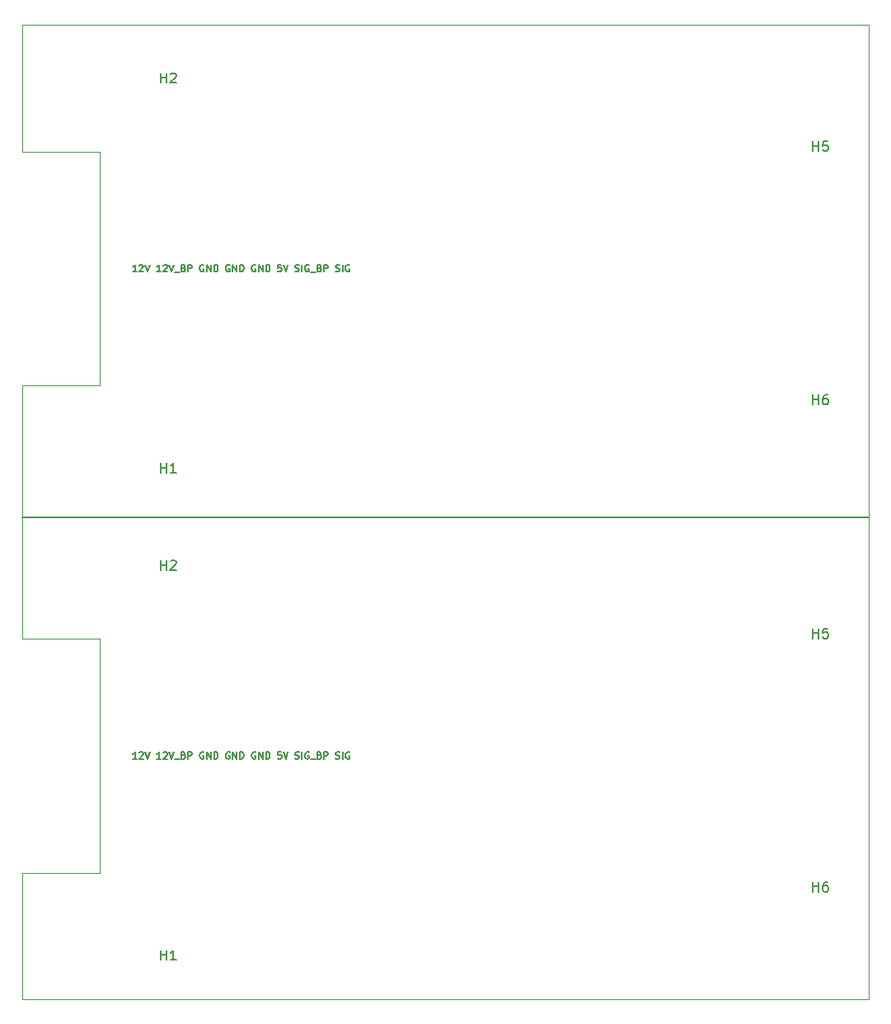
<source format=gbr>
G04 #@! TF.GenerationSoftware,KiCad,Pcbnew,(5.0.0-rc2-60-gbfa89039c)*
G04 #@! TF.CreationDate,2019-08-02T13:48:58+03:00*
G04 #@! TF.ProjectId,ModelPCB,4D6F64656C5043422E6B696361645F70,rev?*
G04 #@! TF.SameCoordinates,Original*
G04 #@! TF.FileFunction,Legend,Top*
G04 #@! TF.FilePolarity,Positive*
%FSLAX46Y46*%
G04 Gerber Fmt 4.6, Leading zero omitted, Abs format (unit mm)*
G04 Created by KiCad (PCBNEW (5.0.0-rc2-60-gbfa89039c)) date 08/02/19 13:48:58*
%MOMM*%
%LPD*%
G01*
G04 APERTURE LIST*
%ADD10C,0.200000*%
%ADD11C,0.150000*%
%ADD12C,0.050000*%
G04 APERTURE END LIST*
D10*
X154300000Y-114400000D02*
X241300000Y-114400000D01*
D11*
X166066666Y-139216666D02*
X165666666Y-139216666D01*
X165866666Y-139216666D02*
X165866666Y-138516666D01*
X165800000Y-138616666D01*
X165733333Y-138683333D01*
X165666666Y-138716666D01*
X166333333Y-138583333D02*
X166366666Y-138550000D01*
X166433333Y-138516666D01*
X166600000Y-138516666D01*
X166666666Y-138550000D01*
X166700000Y-138583333D01*
X166733333Y-138650000D01*
X166733333Y-138716666D01*
X166700000Y-138816666D01*
X166300000Y-139216666D01*
X166733333Y-139216666D01*
X166933333Y-138516666D02*
X167166666Y-139216666D01*
X167400000Y-138516666D01*
X168533333Y-139216666D02*
X168133333Y-139216666D01*
X168333333Y-139216666D02*
X168333333Y-138516666D01*
X168266666Y-138616666D01*
X168200000Y-138683333D01*
X168133333Y-138716666D01*
X168800000Y-138583333D02*
X168833333Y-138550000D01*
X168900000Y-138516666D01*
X169066666Y-138516666D01*
X169133333Y-138550000D01*
X169166666Y-138583333D01*
X169200000Y-138650000D01*
X169200000Y-138716666D01*
X169166666Y-138816666D01*
X168766666Y-139216666D01*
X169200000Y-139216666D01*
X169400000Y-138516666D02*
X169633333Y-139216666D01*
X169866666Y-138516666D01*
X169933333Y-139283333D02*
X170466666Y-139283333D01*
X170866666Y-138850000D02*
X170966666Y-138883333D01*
X171000000Y-138916666D01*
X171033333Y-138983333D01*
X171033333Y-139083333D01*
X171000000Y-139150000D01*
X170966666Y-139183333D01*
X170900000Y-139216666D01*
X170633333Y-139216666D01*
X170633333Y-138516666D01*
X170866666Y-138516666D01*
X170933333Y-138550000D01*
X170966666Y-138583333D01*
X171000000Y-138650000D01*
X171000000Y-138716666D01*
X170966666Y-138783333D01*
X170933333Y-138816666D01*
X170866666Y-138850000D01*
X170633333Y-138850000D01*
X171333333Y-139216666D02*
X171333333Y-138516666D01*
X171600000Y-138516666D01*
X171666666Y-138550000D01*
X171700000Y-138583333D01*
X171733333Y-138650000D01*
X171733333Y-138750000D01*
X171700000Y-138816666D01*
X171666666Y-138850000D01*
X171600000Y-138883333D01*
X171333333Y-138883333D01*
X172933333Y-138550000D02*
X172866666Y-138516666D01*
X172766666Y-138516666D01*
X172666666Y-138550000D01*
X172600000Y-138616666D01*
X172566666Y-138683333D01*
X172533333Y-138816666D01*
X172533333Y-138916666D01*
X172566666Y-139050000D01*
X172600000Y-139116666D01*
X172666666Y-139183333D01*
X172766666Y-139216666D01*
X172833333Y-139216666D01*
X172933333Y-139183333D01*
X172966666Y-139150000D01*
X172966666Y-138916666D01*
X172833333Y-138916666D01*
X173266666Y-139216666D02*
X173266666Y-138516666D01*
X173666666Y-139216666D01*
X173666666Y-138516666D01*
X174000000Y-139216666D02*
X174000000Y-138516666D01*
X174166666Y-138516666D01*
X174266666Y-138550000D01*
X174333333Y-138616666D01*
X174366666Y-138683333D01*
X174400000Y-138816666D01*
X174400000Y-138916666D01*
X174366666Y-139050000D01*
X174333333Y-139116666D01*
X174266666Y-139183333D01*
X174166666Y-139216666D01*
X174000000Y-139216666D01*
X175600000Y-138550000D02*
X175533333Y-138516666D01*
X175433333Y-138516666D01*
X175333333Y-138550000D01*
X175266666Y-138616666D01*
X175233333Y-138683333D01*
X175200000Y-138816666D01*
X175200000Y-138916666D01*
X175233333Y-139050000D01*
X175266666Y-139116666D01*
X175333333Y-139183333D01*
X175433333Y-139216666D01*
X175500000Y-139216666D01*
X175600000Y-139183333D01*
X175633333Y-139150000D01*
X175633333Y-138916666D01*
X175500000Y-138916666D01*
X175933333Y-139216666D02*
X175933333Y-138516666D01*
X176333333Y-139216666D01*
X176333333Y-138516666D01*
X176666666Y-139216666D02*
X176666666Y-138516666D01*
X176833333Y-138516666D01*
X176933333Y-138550000D01*
X177000000Y-138616666D01*
X177033333Y-138683333D01*
X177066666Y-138816666D01*
X177066666Y-138916666D01*
X177033333Y-139050000D01*
X177000000Y-139116666D01*
X176933333Y-139183333D01*
X176833333Y-139216666D01*
X176666666Y-139216666D01*
X178266666Y-138550000D02*
X178200000Y-138516666D01*
X178100000Y-138516666D01*
X178000000Y-138550000D01*
X177933333Y-138616666D01*
X177900000Y-138683333D01*
X177866666Y-138816666D01*
X177866666Y-138916666D01*
X177900000Y-139050000D01*
X177933333Y-139116666D01*
X178000000Y-139183333D01*
X178100000Y-139216666D01*
X178166666Y-139216666D01*
X178266666Y-139183333D01*
X178300000Y-139150000D01*
X178300000Y-138916666D01*
X178166666Y-138916666D01*
X178600000Y-139216666D02*
X178600000Y-138516666D01*
X179000000Y-139216666D01*
X179000000Y-138516666D01*
X179333333Y-139216666D02*
X179333333Y-138516666D01*
X179500000Y-138516666D01*
X179600000Y-138550000D01*
X179666666Y-138616666D01*
X179700000Y-138683333D01*
X179733333Y-138816666D01*
X179733333Y-138916666D01*
X179700000Y-139050000D01*
X179666666Y-139116666D01*
X179600000Y-139183333D01*
X179500000Y-139216666D01*
X179333333Y-139216666D01*
X180900000Y-138516666D02*
X180566666Y-138516666D01*
X180533333Y-138850000D01*
X180566666Y-138816666D01*
X180633333Y-138783333D01*
X180800000Y-138783333D01*
X180866666Y-138816666D01*
X180900000Y-138850000D01*
X180933333Y-138916666D01*
X180933333Y-139083333D01*
X180900000Y-139150000D01*
X180866666Y-139183333D01*
X180800000Y-139216666D01*
X180633333Y-139216666D01*
X180566666Y-139183333D01*
X180533333Y-139150000D01*
X181133333Y-138516666D02*
X181366666Y-139216666D01*
X181600000Y-138516666D01*
X182333333Y-139183333D02*
X182433333Y-139216666D01*
X182600000Y-139216666D01*
X182666666Y-139183333D01*
X182700000Y-139150000D01*
X182733333Y-139083333D01*
X182733333Y-139016666D01*
X182700000Y-138950000D01*
X182666666Y-138916666D01*
X182600000Y-138883333D01*
X182466666Y-138850000D01*
X182400000Y-138816666D01*
X182366666Y-138783333D01*
X182333333Y-138716666D01*
X182333333Y-138650000D01*
X182366666Y-138583333D01*
X182400000Y-138550000D01*
X182466666Y-138516666D01*
X182633333Y-138516666D01*
X182733333Y-138550000D01*
X183033333Y-139216666D02*
X183033333Y-138516666D01*
X183733333Y-138550000D02*
X183666666Y-138516666D01*
X183566666Y-138516666D01*
X183466666Y-138550000D01*
X183400000Y-138616666D01*
X183366666Y-138683333D01*
X183333333Y-138816666D01*
X183333333Y-138916666D01*
X183366666Y-139050000D01*
X183400000Y-139116666D01*
X183466666Y-139183333D01*
X183566666Y-139216666D01*
X183633333Y-139216666D01*
X183733333Y-139183333D01*
X183766666Y-139150000D01*
X183766666Y-138916666D01*
X183633333Y-138916666D01*
X183900000Y-139283333D02*
X184433333Y-139283333D01*
X184833333Y-138850000D02*
X184933333Y-138883333D01*
X184966666Y-138916666D01*
X185000000Y-138983333D01*
X185000000Y-139083333D01*
X184966666Y-139150000D01*
X184933333Y-139183333D01*
X184866666Y-139216666D01*
X184600000Y-139216666D01*
X184600000Y-138516666D01*
X184833333Y-138516666D01*
X184900000Y-138550000D01*
X184933333Y-138583333D01*
X184966666Y-138650000D01*
X184966666Y-138716666D01*
X184933333Y-138783333D01*
X184900000Y-138816666D01*
X184833333Y-138850000D01*
X184600000Y-138850000D01*
X185300000Y-139216666D02*
X185300000Y-138516666D01*
X185566666Y-138516666D01*
X185633333Y-138550000D01*
X185666666Y-138583333D01*
X185700000Y-138650000D01*
X185700000Y-138750000D01*
X185666666Y-138816666D01*
X185633333Y-138850000D01*
X185566666Y-138883333D01*
X185300000Y-138883333D01*
X186500000Y-139183333D02*
X186600000Y-139216666D01*
X186766666Y-139216666D01*
X186833333Y-139183333D01*
X186866666Y-139150000D01*
X186900000Y-139083333D01*
X186900000Y-139016666D01*
X186866666Y-138950000D01*
X186833333Y-138916666D01*
X186766666Y-138883333D01*
X186633333Y-138850000D01*
X186566666Y-138816666D01*
X186533333Y-138783333D01*
X186500000Y-138716666D01*
X186500000Y-138650000D01*
X186533333Y-138583333D01*
X186566666Y-138550000D01*
X186633333Y-138516666D01*
X186800000Y-138516666D01*
X186900000Y-138550000D01*
X187200000Y-139216666D02*
X187200000Y-138516666D01*
X187900000Y-138550000D02*
X187833333Y-138516666D01*
X187733333Y-138516666D01*
X187633333Y-138550000D01*
X187566666Y-138616666D01*
X187533333Y-138683333D01*
X187500000Y-138816666D01*
X187500000Y-138916666D01*
X187533333Y-139050000D01*
X187566666Y-139116666D01*
X187633333Y-139183333D01*
X187733333Y-139216666D01*
X187800000Y-139216666D01*
X187900000Y-139183333D01*
X187933333Y-139150000D01*
X187933333Y-138916666D01*
X187800000Y-138916666D01*
D12*
X162300000Y-150900000D02*
X162300000Y-126900000D01*
X154300000Y-126900000D02*
X154300000Y-113900000D01*
X162300000Y-126900000D02*
X154300000Y-126900000D01*
X154300000Y-150900000D02*
X162300000Y-150900000D01*
X154300000Y-163900000D02*
X154300000Y-150900000D01*
X241300000Y-163900000D02*
X241300000Y-113900000D01*
X241300000Y-163900000D02*
X154300000Y-163900000D01*
D11*
X166066666Y-89216666D02*
X165666666Y-89216666D01*
X165866666Y-89216666D02*
X165866666Y-88516666D01*
X165800000Y-88616666D01*
X165733333Y-88683333D01*
X165666666Y-88716666D01*
X166333333Y-88583333D02*
X166366666Y-88550000D01*
X166433333Y-88516666D01*
X166600000Y-88516666D01*
X166666666Y-88550000D01*
X166700000Y-88583333D01*
X166733333Y-88650000D01*
X166733333Y-88716666D01*
X166700000Y-88816666D01*
X166300000Y-89216666D01*
X166733333Y-89216666D01*
X166933333Y-88516666D02*
X167166666Y-89216666D01*
X167400000Y-88516666D01*
X168533333Y-89216666D02*
X168133333Y-89216666D01*
X168333333Y-89216666D02*
X168333333Y-88516666D01*
X168266666Y-88616666D01*
X168200000Y-88683333D01*
X168133333Y-88716666D01*
X168800000Y-88583333D02*
X168833333Y-88550000D01*
X168900000Y-88516666D01*
X169066666Y-88516666D01*
X169133333Y-88550000D01*
X169166666Y-88583333D01*
X169200000Y-88650000D01*
X169200000Y-88716666D01*
X169166666Y-88816666D01*
X168766666Y-89216666D01*
X169200000Y-89216666D01*
X169400000Y-88516666D02*
X169633333Y-89216666D01*
X169866666Y-88516666D01*
X169933333Y-89283333D02*
X170466666Y-89283333D01*
X170866666Y-88850000D02*
X170966666Y-88883333D01*
X171000000Y-88916666D01*
X171033333Y-88983333D01*
X171033333Y-89083333D01*
X171000000Y-89150000D01*
X170966666Y-89183333D01*
X170900000Y-89216666D01*
X170633333Y-89216666D01*
X170633333Y-88516666D01*
X170866666Y-88516666D01*
X170933333Y-88550000D01*
X170966666Y-88583333D01*
X171000000Y-88650000D01*
X171000000Y-88716666D01*
X170966666Y-88783333D01*
X170933333Y-88816666D01*
X170866666Y-88850000D01*
X170633333Y-88850000D01*
X171333333Y-89216666D02*
X171333333Y-88516666D01*
X171600000Y-88516666D01*
X171666666Y-88550000D01*
X171700000Y-88583333D01*
X171733333Y-88650000D01*
X171733333Y-88750000D01*
X171700000Y-88816666D01*
X171666666Y-88850000D01*
X171600000Y-88883333D01*
X171333333Y-88883333D01*
X172933333Y-88550000D02*
X172866666Y-88516666D01*
X172766666Y-88516666D01*
X172666666Y-88550000D01*
X172600000Y-88616666D01*
X172566666Y-88683333D01*
X172533333Y-88816666D01*
X172533333Y-88916666D01*
X172566666Y-89050000D01*
X172600000Y-89116666D01*
X172666666Y-89183333D01*
X172766666Y-89216666D01*
X172833333Y-89216666D01*
X172933333Y-89183333D01*
X172966666Y-89150000D01*
X172966666Y-88916666D01*
X172833333Y-88916666D01*
X173266666Y-89216666D02*
X173266666Y-88516666D01*
X173666666Y-89216666D01*
X173666666Y-88516666D01*
X174000000Y-89216666D02*
X174000000Y-88516666D01*
X174166666Y-88516666D01*
X174266666Y-88550000D01*
X174333333Y-88616666D01*
X174366666Y-88683333D01*
X174400000Y-88816666D01*
X174400000Y-88916666D01*
X174366666Y-89050000D01*
X174333333Y-89116666D01*
X174266666Y-89183333D01*
X174166666Y-89216666D01*
X174000000Y-89216666D01*
X175600000Y-88550000D02*
X175533333Y-88516666D01*
X175433333Y-88516666D01*
X175333333Y-88550000D01*
X175266666Y-88616666D01*
X175233333Y-88683333D01*
X175200000Y-88816666D01*
X175200000Y-88916666D01*
X175233333Y-89050000D01*
X175266666Y-89116666D01*
X175333333Y-89183333D01*
X175433333Y-89216666D01*
X175500000Y-89216666D01*
X175600000Y-89183333D01*
X175633333Y-89150000D01*
X175633333Y-88916666D01*
X175500000Y-88916666D01*
X175933333Y-89216666D02*
X175933333Y-88516666D01*
X176333333Y-89216666D01*
X176333333Y-88516666D01*
X176666666Y-89216666D02*
X176666666Y-88516666D01*
X176833333Y-88516666D01*
X176933333Y-88550000D01*
X177000000Y-88616666D01*
X177033333Y-88683333D01*
X177066666Y-88816666D01*
X177066666Y-88916666D01*
X177033333Y-89050000D01*
X177000000Y-89116666D01*
X176933333Y-89183333D01*
X176833333Y-89216666D01*
X176666666Y-89216666D01*
X178266666Y-88550000D02*
X178200000Y-88516666D01*
X178100000Y-88516666D01*
X178000000Y-88550000D01*
X177933333Y-88616666D01*
X177900000Y-88683333D01*
X177866666Y-88816666D01*
X177866666Y-88916666D01*
X177900000Y-89050000D01*
X177933333Y-89116666D01*
X178000000Y-89183333D01*
X178100000Y-89216666D01*
X178166666Y-89216666D01*
X178266666Y-89183333D01*
X178300000Y-89150000D01*
X178300000Y-88916666D01*
X178166666Y-88916666D01*
X178600000Y-89216666D02*
X178600000Y-88516666D01*
X179000000Y-89216666D01*
X179000000Y-88516666D01*
X179333333Y-89216666D02*
X179333333Y-88516666D01*
X179500000Y-88516666D01*
X179600000Y-88550000D01*
X179666666Y-88616666D01*
X179700000Y-88683333D01*
X179733333Y-88816666D01*
X179733333Y-88916666D01*
X179700000Y-89050000D01*
X179666666Y-89116666D01*
X179600000Y-89183333D01*
X179500000Y-89216666D01*
X179333333Y-89216666D01*
X180900000Y-88516666D02*
X180566666Y-88516666D01*
X180533333Y-88850000D01*
X180566666Y-88816666D01*
X180633333Y-88783333D01*
X180800000Y-88783333D01*
X180866666Y-88816666D01*
X180900000Y-88850000D01*
X180933333Y-88916666D01*
X180933333Y-89083333D01*
X180900000Y-89150000D01*
X180866666Y-89183333D01*
X180800000Y-89216666D01*
X180633333Y-89216666D01*
X180566666Y-89183333D01*
X180533333Y-89150000D01*
X181133333Y-88516666D02*
X181366666Y-89216666D01*
X181600000Y-88516666D01*
X182333333Y-89183333D02*
X182433333Y-89216666D01*
X182600000Y-89216666D01*
X182666666Y-89183333D01*
X182700000Y-89150000D01*
X182733333Y-89083333D01*
X182733333Y-89016666D01*
X182700000Y-88950000D01*
X182666666Y-88916666D01*
X182600000Y-88883333D01*
X182466666Y-88850000D01*
X182400000Y-88816666D01*
X182366666Y-88783333D01*
X182333333Y-88716666D01*
X182333333Y-88650000D01*
X182366666Y-88583333D01*
X182400000Y-88550000D01*
X182466666Y-88516666D01*
X182633333Y-88516666D01*
X182733333Y-88550000D01*
X183033333Y-89216666D02*
X183033333Y-88516666D01*
X183733333Y-88550000D02*
X183666666Y-88516666D01*
X183566666Y-88516666D01*
X183466666Y-88550000D01*
X183400000Y-88616666D01*
X183366666Y-88683333D01*
X183333333Y-88816666D01*
X183333333Y-88916666D01*
X183366666Y-89050000D01*
X183400000Y-89116666D01*
X183466666Y-89183333D01*
X183566666Y-89216666D01*
X183633333Y-89216666D01*
X183733333Y-89183333D01*
X183766666Y-89150000D01*
X183766666Y-88916666D01*
X183633333Y-88916666D01*
X183900000Y-89283333D02*
X184433333Y-89283333D01*
X184833333Y-88850000D02*
X184933333Y-88883333D01*
X184966666Y-88916666D01*
X185000000Y-88983333D01*
X185000000Y-89083333D01*
X184966666Y-89150000D01*
X184933333Y-89183333D01*
X184866666Y-89216666D01*
X184600000Y-89216666D01*
X184600000Y-88516666D01*
X184833333Y-88516666D01*
X184900000Y-88550000D01*
X184933333Y-88583333D01*
X184966666Y-88650000D01*
X184966666Y-88716666D01*
X184933333Y-88783333D01*
X184900000Y-88816666D01*
X184833333Y-88850000D01*
X184600000Y-88850000D01*
X185300000Y-89216666D02*
X185300000Y-88516666D01*
X185566666Y-88516666D01*
X185633333Y-88550000D01*
X185666666Y-88583333D01*
X185700000Y-88650000D01*
X185700000Y-88750000D01*
X185666666Y-88816666D01*
X185633333Y-88850000D01*
X185566666Y-88883333D01*
X185300000Y-88883333D01*
X186500000Y-89183333D02*
X186600000Y-89216666D01*
X186766666Y-89216666D01*
X186833333Y-89183333D01*
X186866666Y-89150000D01*
X186900000Y-89083333D01*
X186900000Y-89016666D01*
X186866666Y-88950000D01*
X186833333Y-88916666D01*
X186766666Y-88883333D01*
X186633333Y-88850000D01*
X186566666Y-88816666D01*
X186533333Y-88783333D01*
X186500000Y-88716666D01*
X186500000Y-88650000D01*
X186533333Y-88583333D01*
X186566666Y-88550000D01*
X186633333Y-88516666D01*
X186800000Y-88516666D01*
X186900000Y-88550000D01*
X187200000Y-89216666D02*
X187200000Y-88516666D01*
X187900000Y-88550000D02*
X187833333Y-88516666D01*
X187733333Y-88516666D01*
X187633333Y-88550000D01*
X187566666Y-88616666D01*
X187533333Y-88683333D01*
X187500000Y-88816666D01*
X187500000Y-88916666D01*
X187533333Y-89050000D01*
X187566666Y-89116666D01*
X187633333Y-89183333D01*
X187733333Y-89216666D01*
X187800000Y-89216666D01*
X187900000Y-89183333D01*
X187933333Y-89150000D01*
X187933333Y-88916666D01*
X187800000Y-88916666D01*
D12*
X154300000Y-63900000D02*
X241300000Y-63900000D01*
X154300000Y-113900000D02*
X154300000Y-100900000D01*
X154300000Y-76900000D02*
X154300000Y-63900000D01*
X162300000Y-76900000D02*
X154300000Y-76900000D01*
X162300000Y-100900000D02*
X162300000Y-76900000D01*
X154300000Y-100900000D02*
X162300000Y-100900000D01*
X241300000Y-113900000D02*
X241300000Y-63900000D01*
G04 #@! TO.C,H1*
D11*
X168538095Y-159852380D02*
X168538095Y-158852380D01*
X168538095Y-159328571D02*
X169109523Y-159328571D01*
X169109523Y-159852380D02*
X169109523Y-158852380D01*
X170109523Y-159852380D02*
X169538095Y-159852380D01*
X169823809Y-159852380D02*
X169823809Y-158852380D01*
X169728571Y-158995238D01*
X169633333Y-159090476D01*
X169538095Y-159138095D01*
G04 #@! TO.C,H5*
X235538095Y-126852380D02*
X235538095Y-125852380D01*
X235538095Y-126328571D02*
X236109523Y-126328571D01*
X236109523Y-126852380D02*
X236109523Y-125852380D01*
X237061904Y-125852380D02*
X236585714Y-125852380D01*
X236538095Y-126328571D01*
X236585714Y-126280952D01*
X236680952Y-126233333D01*
X236919047Y-126233333D01*
X237014285Y-126280952D01*
X237061904Y-126328571D01*
X237109523Y-126423809D01*
X237109523Y-126661904D01*
X237061904Y-126757142D01*
X237014285Y-126804761D01*
X236919047Y-126852380D01*
X236680952Y-126852380D01*
X236585714Y-126804761D01*
X236538095Y-126757142D01*
G04 #@! TO.C,H6*
X235538095Y-152852380D02*
X235538095Y-151852380D01*
X235538095Y-152328571D02*
X236109523Y-152328571D01*
X236109523Y-152852380D02*
X236109523Y-151852380D01*
X237014285Y-151852380D02*
X236823809Y-151852380D01*
X236728571Y-151900000D01*
X236680952Y-151947619D01*
X236585714Y-152090476D01*
X236538095Y-152280952D01*
X236538095Y-152661904D01*
X236585714Y-152757142D01*
X236633333Y-152804761D01*
X236728571Y-152852380D01*
X236919047Y-152852380D01*
X237014285Y-152804761D01*
X237061904Y-152757142D01*
X237109523Y-152661904D01*
X237109523Y-152423809D01*
X237061904Y-152328571D01*
X237014285Y-152280952D01*
X236919047Y-152233333D01*
X236728571Y-152233333D01*
X236633333Y-152280952D01*
X236585714Y-152328571D01*
X236538095Y-152423809D01*
G04 #@! TO.C,H2*
X168538095Y-119852380D02*
X168538095Y-118852380D01*
X168538095Y-119328571D02*
X169109523Y-119328571D01*
X169109523Y-119852380D02*
X169109523Y-118852380D01*
X169538095Y-118947619D02*
X169585714Y-118900000D01*
X169680952Y-118852380D01*
X169919047Y-118852380D01*
X170014285Y-118900000D01*
X170061904Y-118947619D01*
X170109523Y-119042857D01*
X170109523Y-119138095D01*
X170061904Y-119280952D01*
X169490476Y-119852380D01*
X170109523Y-119852380D01*
X168538095Y-69852380D02*
X168538095Y-68852380D01*
X168538095Y-69328571D02*
X169109523Y-69328571D01*
X169109523Y-69852380D02*
X169109523Y-68852380D01*
X169538095Y-68947619D02*
X169585714Y-68900000D01*
X169680952Y-68852380D01*
X169919047Y-68852380D01*
X170014285Y-68900000D01*
X170061904Y-68947619D01*
X170109523Y-69042857D01*
X170109523Y-69138095D01*
X170061904Y-69280952D01*
X169490476Y-69852380D01*
X170109523Y-69852380D01*
G04 #@! TO.C,H6*
X235538095Y-102852380D02*
X235538095Y-101852380D01*
X235538095Y-102328571D02*
X236109523Y-102328571D01*
X236109523Y-102852380D02*
X236109523Y-101852380D01*
X237014285Y-101852380D02*
X236823809Y-101852380D01*
X236728571Y-101900000D01*
X236680952Y-101947619D01*
X236585714Y-102090476D01*
X236538095Y-102280952D01*
X236538095Y-102661904D01*
X236585714Y-102757142D01*
X236633333Y-102804761D01*
X236728571Y-102852380D01*
X236919047Y-102852380D01*
X237014285Y-102804761D01*
X237061904Y-102757142D01*
X237109523Y-102661904D01*
X237109523Y-102423809D01*
X237061904Y-102328571D01*
X237014285Y-102280952D01*
X236919047Y-102233333D01*
X236728571Y-102233333D01*
X236633333Y-102280952D01*
X236585714Y-102328571D01*
X236538095Y-102423809D01*
G04 #@! TO.C,H5*
X235538095Y-76852380D02*
X235538095Y-75852380D01*
X235538095Y-76328571D02*
X236109523Y-76328571D01*
X236109523Y-76852380D02*
X236109523Y-75852380D01*
X237061904Y-75852380D02*
X236585714Y-75852380D01*
X236538095Y-76328571D01*
X236585714Y-76280952D01*
X236680952Y-76233333D01*
X236919047Y-76233333D01*
X237014285Y-76280952D01*
X237061904Y-76328571D01*
X237109523Y-76423809D01*
X237109523Y-76661904D01*
X237061904Y-76757142D01*
X237014285Y-76804761D01*
X236919047Y-76852380D01*
X236680952Y-76852380D01*
X236585714Y-76804761D01*
X236538095Y-76757142D01*
G04 #@! TO.C,H1*
X168538095Y-109852380D02*
X168538095Y-108852380D01*
X168538095Y-109328571D02*
X169109523Y-109328571D01*
X169109523Y-109852380D02*
X169109523Y-108852380D01*
X170109523Y-109852380D02*
X169538095Y-109852380D01*
X169823809Y-109852380D02*
X169823809Y-108852380D01*
X169728571Y-108995238D01*
X169633333Y-109090476D01*
X169538095Y-109138095D01*
G04 #@! TD*
M02*

</source>
